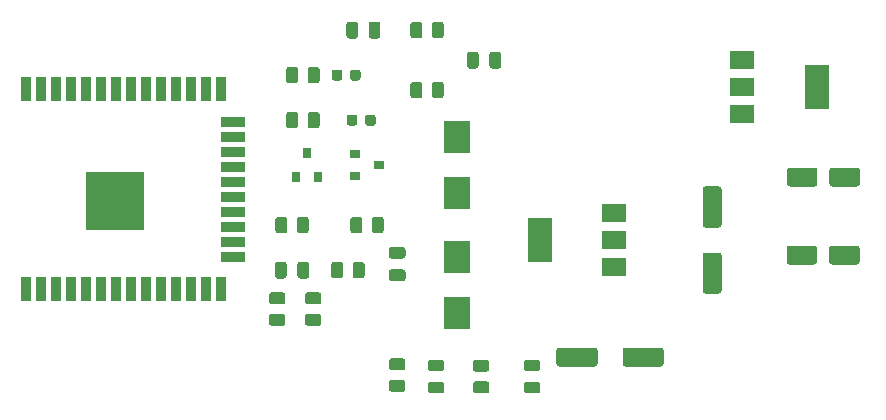
<source format=gbr>
%TF.GenerationSoftware,KiCad,Pcbnew,(5.1.9)-1*%
%TF.CreationDate,2021-07-13T09:21:38-05:00*%
%TF.ProjectId,prueba,70727565-6261-42e6-9b69-6361645f7063,rev?*%
%TF.SameCoordinates,Original*%
%TF.FileFunction,Paste,Top*%
%TF.FilePolarity,Positive*%
%FSLAX46Y46*%
G04 Gerber Fmt 4.6, Leading zero omitted, Abs format (unit mm)*
G04 Created by KiCad (PCBNEW (5.1.9)-1) date 2021-07-13 09:21:38*
%MOMM*%
%LPD*%
G01*
G04 APERTURE LIST*
%ADD10R,2.000000X3.800000*%
%ADD11R,2.000000X1.500000*%
%ADD12R,5.000000X5.000000*%
%ADD13R,0.900000X2.000000*%
%ADD14R,2.000000X0.900000*%
%ADD15R,2.200000X2.800000*%
%ADD16R,0.900000X0.800000*%
%ADD17R,0.800000X0.900000*%
G04 APERTURE END LIST*
D10*
%TO.C,U2*%
X109170000Y-92470000D03*
D11*
X102870000Y-92470000D03*
X102870000Y-94770000D03*
X102870000Y-90170000D03*
%TD*%
D12*
%TO.C,U3*%
X49775000Y-102085000D03*
D13*
X42275000Y-109585000D03*
X43545000Y-109585000D03*
X44815000Y-109585000D03*
X46085000Y-109585000D03*
X47355000Y-109585000D03*
X48625000Y-109585000D03*
X49895000Y-109585000D03*
X51165000Y-109585000D03*
X52435000Y-109585000D03*
X53705000Y-109585000D03*
X54975000Y-109585000D03*
X56245000Y-109585000D03*
X57515000Y-109585000D03*
X58785000Y-109585000D03*
D14*
X59785000Y-106800000D03*
X59785000Y-105530000D03*
X59785000Y-104260000D03*
X59785000Y-102990000D03*
X59785000Y-101720000D03*
X59785000Y-100450000D03*
X59785000Y-99180000D03*
X59785000Y-97910000D03*
X59785000Y-96640000D03*
X59785000Y-95370000D03*
D13*
X58785000Y-92585000D03*
X57515000Y-92585000D03*
X56245000Y-92585000D03*
X54975000Y-92585000D03*
X53705000Y-92585000D03*
X52435000Y-92585000D03*
X51165000Y-92585000D03*
X49895000Y-92585000D03*
X48625000Y-92585000D03*
X47355000Y-92585000D03*
X46085000Y-92585000D03*
X44815000Y-92585000D03*
X43545000Y-92585000D03*
X42275000Y-92585000D03*
%TD*%
%TO.C,R7*%
G36*
G01*
X66082500Y-95700002D02*
X66082500Y-94799998D01*
G75*
G02*
X66332498Y-94550000I249998J0D01*
G01*
X66857502Y-94550000D01*
G75*
G02*
X67107500Y-94799998I0J-249998D01*
G01*
X67107500Y-95700002D01*
G75*
G02*
X66857502Y-95950000I-249998J0D01*
G01*
X66332498Y-95950000D01*
G75*
G02*
X66082500Y-95700002I0J249998D01*
G01*
G37*
G36*
G01*
X64257500Y-95700002D02*
X64257500Y-94799998D01*
G75*
G02*
X64507498Y-94550000I249998J0D01*
G01*
X65032502Y-94550000D01*
G75*
G02*
X65282500Y-94799998I0J-249998D01*
G01*
X65282500Y-95700002D01*
G75*
G02*
X65032502Y-95950000I-249998J0D01*
G01*
X64507498Y-95950000D01*
G75*
G02*
X64257500Y-95700002I0J249998D01*
G01*
G37*
%TD*%
%TO.C,R6*%
G36*
G01*
X66082500Y-91890002D02*
X66082500Y-90989998D01*
G75*
G02*
X66332498Y-90740000I249998J0D01*
G01*
X66857502Y-90740000D01*
G75*
G02*
X67107500Y-90989998I0J-249998D01*
G01*
X67107500Y-91890002D01*
G75*
G02*
X66857502Y-92140000I-249998J0D01*
G01*
X66332498Y-92140000D01*
G75*
G02*
X66082500Y-91890002I0J249998D01*
G01*
G37*
G36*
G01*
X64257500Y-91890002D02*
X64257500Y-90989998D01*
G75*
G02*
X64507498Y-90740000I249998J0D01*
G01*
X65032502Y-90740000D01*
G75*
G02*
X65282500Y-90989998I0J-249998D01*
G01*
X65282500Y-91890002D01*
G75*
G02*
X65032502Y-92140000I-249998J0D01*
G01*
X64507498Y-92140000D01*
G75*
G02*
X64257500Y-91890002I0J249998D01*
G01*
G37*
%TD*%
%TO.C,R2*%
G36*
G01*
X65170000Y-104590002D02*
X65170000Y-103689998D01*
G75*
G02*
X65419998Y-103440000I249998J0D01*
G01*
X65945002Y-103440000D01*
G75*
G02*
X66195000Y-103689998I0J-249998D01*
G01*
X66195000Y-104590002D01*
G75*
G02*
X65945002Y-104840000I-249998J0D01*
G01*
X65419998Y-104840000D01*
G75*
G02*
X65170000Y-104590002I0J249998D01*
G01*
G37*
G36*
G01*
X63345000Y-104590002D02*
X63345000Y-103689998D01*
G75*
G02*
X63594998Y-103440000I249998J0D01*
G01*
X64120002Y-103440000D01*
G75*
G02*
X64370000Y-103689998I0J-249998D01*
G01*
X64370000Y-104590002D01*
G75*
G02*
X64120002Y-104840000I-249998J0D01*
G01*
X63594998Y-104840000D01*
G75*
G02*
X63345000Y-104590002I0J249998D01*
G01*
G37*
%TD*%
%TO.C,Led2*%
G36*
G01*
X85546250Y-118392000D02*
X84633750Y-118392000D01*
G75*
G02*
X84390000Y-118148250I0J243750D01*
G01*
X84390000Y-117660750D01*
G75*
G02*
X84633750Y-117417000I243750J0D01*
G01*
X85546250Y-117417000D01*
G75*
G02*
X85790000Y-117660750I0J-243750D01*
G01*
X85790000Y-118148250D01*
G75*
G02*
X85546250Y-118392000I-243750J0D01*
G01*
G37*
G36*
G01*
X85546250Y-116517000D02*
X84633750Y-116517000D01*
G75*
G02*
X84390000Y-116273250I0J243750D01*
G01*
X84390000Y-115785750D01*
G75*
G02*
X84633750Y-115542000I243750J0D01*
G01*
X85546250Y-115542000D01*
G75*
G02*
X85790000Y-115785750I0J-243750D01*
G01*
X85790000Y-116273250D01*
G75*
G02*
X85546250Y-116517000I-243750J0D01*
G01*
G37*
%TD*%
%TO.C,C1*%
G36*
G01*
X72250000Y-87155000D02*
X72250000Y-88105000D01*
G75*
G02*
X72000000Y-88355000I-250000J0D01*
G01*
X71500000Y-88355000D01*
G75*
G02*
X71250000Y-88105000I0J250000D01*
G01*
X71250000Y-87155000D01*
G75*
G02*
X71500000Y-86905000I250000J0D01*
G01*
X72000000Y-86905000D01*
G75*
G02*
X72250000Y-87155000I0J-250000D01*
G01*
G37*
G36*
G01*
X70350000Y-87155000D02*
X70350000Y-88105000D01*
G75*
G02*
X70100000Y-88355000I-250000J0D01*
G01*
X69600000Y-88355000D01*
G75*
G02*
X69350000Y-88105000I0J250000D01*
G01*
X69350000Y-87155000D01*
G75*
G02*
X69600000Y-86905000I250000J0D01*
G01*
X70100000Y-86905000D01*
G75*
G02*
X70350000Y-87155000I0J-250000D01*
G01*
G37*
%TD*%
%TO.C,C2*%
G36*
G01*
X70567000Y-91190000D02*
X70567000Y-91690000D01*
G75*
G02*
X70342000Y-91915000I-225000J0D01*
G01*
X69892000Y-91915000D01*
G75*
G02*
X69667000Y-91690000I0J225000D01*
G01*
X69667000Y-91190000D01*
G75*
G02*
X69892000Y-90965000I225000J0D01*
G01*
X70342000Y-90965000D01*
G75*
G02*
X70567000Y-91190000I0J-225000D01*
G01*
G37*
G36*
G01*
X69017000Y-91190000D02*
X69017000Y-91690000D01*
G75*
G02*
X68792000Y-91915000I-225000J0D01*
G01*
X68342000Y-91915000D01*
G75*
G02*
X68117000Y-91690000I0J225000D01*
G01*
X68117000Y-91190000D01*
G75*
G02*
X68342000Y-90965000I225000J0D01*
G01*
X68792000Y-90965000D01*
G75*
G02*
X69017000Y-91190000I0J-225000D01*
G01*
G37*
%TD*%
%TO.C,C3*%
G36*
G01*
X65220000Y-108425000D02*
X65220000Y-107475000D01*
G75*
G02*
X65470000Y-107225000I250000J0D01*
G01*
X65970000Y-107225000D01*
G75*
G02*
X66220000Y-107475000I0J-250000D01*
G01*
X66220000Y-108425000D01*
G75*
G02*
X65970000Y-108675000I-250000J0D01*
G01*
X65470000Y-108675000D01*
G75*
G02*
X65220000Y-108425000I0J250000D01*
G01*
G37*
G36*
G01*
X63320000Y-108425000D02*
X63320000Y-107475000D01*
G75*
G02*
X63570000Y-107225000I250000J0D01*
G01*
X64070000Y-107225000D01*
G75*
G02*
X64320000Y-107475000I0J-250000D01*
G01*
X64320000Y-108425000D01*
G75*
G02*
X64070000Y-108675000I-250000J0D01*
G01*
X63570000Y-108675000D01*
G75*
G02*
X63320000Y-108425000I0J250000D01*
G01*
G37*
%TD*%
%TO.C,C4*%
G36*
G01*
X73185000Y-105992000D02*
X74135000Y-105992000D01*
G75*
G02*
X74385000Y-106242000I0J-250000D01*
G01*
X74385000Y-106742000D01*
G75*
G02*
X74135000Y-106992000I-250000J0D01*
G01*
X73185000Y-106992000D01*
G75*
G02*
X72935000Y-106742000I0J250000D01*
G01*
X72935000Y-106242000D01*
G75*
G02*
X73185000Y-105992000I250000J0D01*
G01*
G37*
G36*
G01*
X73185000Y-107892000D02*
X74135000Y-107892000D01*
G75*
G02*
X74385000Y-108142000I0J-250000D01*
G01*
X74385000Y-108642000D01*
G75*
G02*
X74135000Y-108892000I-250000J0D01*
G01*
X73185000Y-108892000D01*
G75*
G02*
X72935000Y-108642000I0J250000D01*
G01*
X72935000Y-108142000D01*
G75*
G02*
X73185000Y-107892000I250000J0D01*
G01*
G37*
%TD*%
%TO.C,C5*%
G36*
G01*
X70300000Y-95000000D02*
X70300000Y-95500000D01*
G75*
G02*
X70075000Y-95725000I-225000J0D01*
G01*
X69625000Y-95725000D01*
G75*
G02*
X69400000Y-95500000I0J225000D01*
G01*
X69400000Y-95000000D01*
G75*
G02*
X69625000Y-94775000I225000J0D01*
G01*
X70075000Y-94775000D01*
G75*
G02*
X70300000Y-95000000I0J-225000D01*
G01*
G37*
G36*
G01*
X71850000Y-95000000D02*
X71850000Y-95500000D01*
G75*
G02*
X71625000Y-95725000I-225000J0D01*
G01*
X71175000Y-95725000D01*
G75*
G02*
X70950000Y-95500000I0J225000D01*
G01*
X70950000Y-95000000D01*
G75*
G02*
X71175000Y-94775000I225000J0D01*
G01*
X71625000Y-94775000D01*
G75*
G02*
X71850000Y-95000000I0J-225000D01*
G01*
G37*
%TD*%
%TO.C,C6*%
G36*
G01*
X80576000Y-89695000D02*
X80576000Y-90645000D01*
G75*
G02*
X80326000Y-90895000I-250000J0D01*
G01*
X79826000Y-90895000D01*
G75*
G02*
X79576000Y-90645000I0J250000D01*
G01*
X79576000Y-89695000D01*
G75*
G02*
X79826000Y-89445000I250000J0D01*
G01*
X80326000Y-89445000D01*
G75*
G02*
X80576000Y-89695000I0J-250000D01*
G01*
G37*
G36*
G01*
X82476000Y-89695000D02*
X82476000Y-90645000D01*
G75*
G02*
X82226000Y-90895000I-250000J0D01*
G01*
X81726000Y-90895000D01*
G75*
G02*
X81476000Y-90645000I0J250000D01*
G01*
X81476000Y-89695000D01*
G75*
G02*
X81726000Y-89445000I250000J0D01*
G01*
X82226000Y-89445000D01*
G75*
G02*
X82476000Y-89695000I0J-250000D01*
G01*
G37*
%TD*%
%TO.C,Cin1*%
G36*
G01*
X110250000Y-100626000D02*
X110250000Y-99526000D01*
G75*
G02*
X110500000Y-99276000I250000J0D01*
G01*
X112600000Y-99276000D01*
G75*
G02*
X112850000Y-99526000I0J-250000D01*
G01*
X112850000Y-100626000D01*
G75*
G02*
X112600000Y-100876000I-250000J0D01*
G01*
X110500000Y-100876000D01*
G75*
G02*
X110250000Y-100626000I0J250000D01*
G01*
G37*
G36*
G01*
X106650000Y-100626000D02*
X106650000Y-99526000D01*
G75*
G02*
X106900000Y-99276000I250000J0D01*
G01*
X109000000Y-99276000D01*
G75*
G02*
X109250000Y-99526000I0J-250000D01*
G01*
X109250000Y-100626000D01*
G75*
G02*
X109000000Y-100876000I-250000J0D01*
G01*
X106900000Y-100876000D01*
G75*
G02*
X106650000Y-100626000I0J250000D01*
G01*
G37*
%TD*%
%TO.C,Cin2*%
G36*
G01*
X106628000Y-107230000D02*
X106628000Y-106130000D01*
G75*
G02*
X106878000Y-105880000I250000J0D01*
G01*
X108978000Y-105880000D01*
G75*
G02*
X109228000Y-106130000I0J-250000D01*
G01*
X109228000Y-107230000D01*
G75*
G02*
X108978000Y-107480000I-250000J0D01*
G01*
X106878000Y-107480000D01*
G75*
G02*
X106628000Y-107230000I0J250000D01*
G01*
G37*
G36*
G01*
X110228000Y-107230000D02*
X110228000Y-106130000D01*
G75*
G02*
X110478000Y-105880000I250000J0D01*
G01*
X112578000Y-105880000D01*
G75*
G02*
X112828000Y-106130000I0J-250000D01*
G01*
X112828000Y-107230000D01*
G75*
G02*
X112578000Y-107480000I-250000J0D01*
G01*
X110478000Y-107480000D01*
G75*
G02*
X110228000Y-107230000I0J250000D01*
G01*
G37*
%TD*%
%TO.C,Cout1*%
G36*
G01*
X99780000Y-106460000D02*
X100880000Y-106460000D01*
G75*
G02*
X101130000Y-106710000I0J-250000D01*
G01*
X101130000Y-109710000D01*
G75*
G02*
X100880000Y-109960000I-250000J0D01*
G01*
X99780000Y-109960000D01*
G75*
G02*
X99530000Y-109710000I0J250000D01*
G01*
X99530000Y-106710000D01*
G75*
G02*
X99780000Y-106460000I250000J0D01*
G01*
G37*
G36*
G01*
X99780000Y-100860000D02*
X100880000Y-100860000D01*
G75*
G02*
X101130000Y-101110000I0J-250000D01*
G01*
X101130000Y-104110000D01*
G75*
G02*
X100880000Y-104360000I-250000J0D01*
G01*
X99780000Y-104360000D01*
G75*
G02*
X99530000Y-104110000I0J250000D01*
G01*
X99530000Y-101110000D01*
G75*
G02*
X99780000Y-100860000I250000J0D01*
G01*
G37*
%TD*%
%TO.C,Cout2*%
G36*
G01*
X96244000Y-114766000D02*
X96244000Y-115866000D01*
G75*
G02*
X95994000Y-116116000I-250000J0D01*
G01*
X92994000Y-116116000D01*
G75*
G02*
X92744000Y-115866000I0J250000D01*
G01*
X92744000Y-114766000D01*
G75*
G02*
X92994000Y-114516000I250000J0D01*
G01*
X95994000Y-114516000D01*
G75*
G02*
X96244000Y-114766000I0J-250000D01*
G01*
G37*
G36*
G01*
X90644000Y-114766000D02*
X90644000Y-115866000D01*
G75*
G02*
X90394000Y-116116000I-250000J0D01*
G01*
X87394000Y-116116000D01*
G75*
G02*
X87144000Y-115866000I0J250000D01*
G01*
X87144000Y-114766000D01*
G75*
G02*
X87394000Y-114516000I250000J0D01*
G01*
X90394000Y-114516000D01*
G75*
G02*
X90644000Y-114766000I0J-250000D01*
G01*
G37*
%TD*%
D15*
%TO.C,EN1*%
X78740000Y-106820000D03*
X78740000Y-111620000D03*
%TD*%
%TO.C,Led1*%
G36*
G01*
X76505750Y-117417000D02*
X77418250Y-117417000D01*
G75*
G02*
X77662000Y-117660750I0J-243750D01*
G01*
X77662000Y-118148250D01*
G75*
G02*
X77418250Y-118392000I-243750J0D01*
G01*
X76505750Y-118392000D01*
G75*
G02*
X76262000Y-118148250I0J243750D01*
G01*
X76262000Y-117660750D01*
G75*
G02*
X76505750Y-117417000I243750J0D01*
G01*
G37*
G36*
G01*
X76505750Y-115542000D02*
X77418250Y-115542000D01*
G75*
G02*
X77662000Y-115785750I0J-243750D01*
G01*
X77662000Y-116273250D01*
G75*
G02*
X77418250Y-116517000I-243750J0D01*
G01*
X76505750Y-116517000D01*
G75*
G02*
X76262000Y-116273250I0J243750D01*
G01*
X76262000Y-115785750D01*
G75*
G02*
X76505750Y-115542000I243750J0D01*
G01*
G37*
%TD*%
D16*
%TO.C,Q1*%
X72120000Y-99060000D03*
X70120000Y-100010000D03*
X70120000Y-98110000D03*
%TD*%
D17*
%TO.C,Q2*%
X65090000Y-100060000D03*
X66990000Y-100060000D03*
X66040000Y-98060000D03*
%TD*%
%TO.C,R1*%
G36*
G01*
X69892500Y-108400002D02*
X69892500Y-107499998D01*
G75*
G02*
X70142498Y-107250000I249998J0D01*
G01*
X70667502Y-107250000D01*
G75*
G02*
X70917500Y-107499998I0J-249998D01*
G01*
X70917500Y-108400002D01*
G75*
G02*
X70667502Y-108650000I-249998J0D01*
G01*
X70142498Y-108650000D01*
G75*
G02*
X69892500Y-108400002I0J249998D01*
G01*
G37*
G36*
G01*
X68067500Y-108400002D02*
X68067500Y-107499998D01*
G75*
G02*
X68317498Y-107250000I249998J0D01*
G01*
X68842502Y-107250000D01*
G75*
G02*
X69092500Y-107499998I0J-249998D01*
G01*
X69092500Y-108400002D01*
G75*
G02*
X68842502Y-108650000I-249998J0D01*
G01*
X68317498Y-108650000D01*
G75*
G02*
X68067500Y-108400002I0J249998D01*
G01*
G37*
%TD*%
%TO.C,R3*%
G36*
G01*
X75800000Y-87179998D02*
X75800000Y-88080002D01*
G75*
G02*
X75550002Y-88330000I-249998J0D01*
G01*
X75024998Y-88330000D01*
G75*
G02*
X74775000Y-88080002I0J249998D01*
G01*
X74775000Y-87179998D01*
G75*
G02*
X75024998Y-86930000I249998J0D01*
G01*
X75550002Y-86930000D01*
G75*
G02*
X75800000Y-87179998I0J-249998D01*
G01*
G37*
G36*
G01*
X77625000Y-87179998D02*
X77625000Y-88080002D01*
G75*
G02*
X77375002Y-88330000I-249998J0D01*
G01*
X76849998Y-88330000D01*
G75*
G02*
X76600000Y-88080002I0J249998D01*
G01*
X76600000Y-87179998D01*
G75*
G02*
X76849998Y-86930000I249998J0D01*
G01*
X77375002Y-86930000D01*
G75*
G02*
X77625000Y-87179998I0J-249998D01*
G01*
G37*
%TD*%
%TO.C,R4*%
G36*
G01*
X74775000Y-93160002D02*
X74775000Y-92259998D01*
G75*
G02*
X75024998Y-92010000I249998J0D01*
G01*
X75550002Y-92010000D01*
G75*
G02*
X75800000Y-92259998I0J-249998D01*
G01*
X75800000Y-93160002D01*
G75*
G02*
X75550002Y-93410000I-249998J0D01*
G01*
X75024998Y-93410000D01*
G75*
G02*
X74775000Y-93160002I0J249998D01*
G01*
G37*
G36*
G01*
X76600000Y-93160002D02*
X76600000Y-92259998D01*
G75*
G02*
X76849998Y-92010000I249998J0D01*
G01*
X77375002Y-92010000D01*
G75*
G02*
X77625000Y-92259998I0J-249998D01*
G01*
X77625000Y-93160002D01*
G75*
G02*
X77375002Y-93410000I-249998J0D01*
G01*
X76849998Y-93410000D01*
G75*
G02*
X76600000Y-93160002I0J249998D01*
G01*
G37*
%TD*%
%TO.C,R5*%
G36*
G01*
X69695000Y-104590002D02*
X69695000Y-103689998D01*
G75*
G02*
X69944998Y-103440000I249998J0D01*
G01*
X70470002Y-103440000D01*
G75*
G02*
X70720000Y-103689998I0J-249998D01*
G01*
X70720000Y-104590002D01*
G75*
G02*
X70470002Y-104840000I-249998J0D01*
G01*
X69944998Y-104840000D01*
G75*
G02*
X69695000Y-104590002I0J249998D01*
G01*
G37*
G36*
G01*
X71520000Y-104590002D02*
X71520000Y-103689998D01*
G75*
G02*
X71769998Y-103440000I249998J0D01*
G01*
X72295002Y-103440000D01*
G75*
G02*
X72545000Y-103689998I0J-249998D01*
G01*
X72545000Y-104590002D01*
G75*
G02*
X72295002Y-104840000I-249998J0D01*
G01*
X71769998Y-104840000D01*
G75*
G02*
X71520000Y-104590002I0J249998D01*
G01*
G37*
%TD*%
%TO.C,R8*%
G36*
G01*
X80321998Y-117367000D02*
X81222002Y-117367000D01*
G75*
G02*
X81472000Y-117616998I0J-249998D01*
G01*
X81472000Y-118142002D01*
G75*
G02*
X81222002Y-118392000I-249998J0D01*
G01*
X80321998Y-118392000D01*
G75*
G02*
X80072000Y-118142002I0J249998D01*
G01*
X80072000Y-117616998D01*
G75*
G02*
X80321998Y-117367000I249998J0D01*
G01*
G37*
G36*
G01*
X80321998Y-115542000D02*
X81222002Y-115542000D01*
G75*
G02*
X81472000Y-115791998I0J-249998D01*
G01*
X81472000Y-116317002D01*
G75*
G02*
X81222002Y-116567000I-249998J0D01*
G01*
X80321998Y-116567000D01*
G75*
G02*
X80072000Y-116317002I0J249998D01*
G01*
X80072000Y-115791998D01*
G75*
G02*
X80321998Y-115542000I249998J0D01*
G01*
G37*
%TD*%
%TO.C,R9*%
G36*
G01*
X74110002Y-118265000D02*
X73209998Y-118265000D01*
G75*
G02*
X72960000Y-118015002I0J249998D01*
G01*
X72960000Y-117489998D01*
G75*
G02*
X73209998Y-117240000I249998J0D01*
G01*
X74110002Y-117240000D01*
G75*
G02*
X74360000Y-117489998I0J-249998D01*
G01*
X74360000Y-118015002D01*
G75*
G02*
X74110002Y-118265000I-249998J0D01*
G01*
G37*
G36*
G01*
X74110002Y-116440000D02*
X73209998Y-116440000D01*
G75*
G02*
X72960000Y-116190002I0J249998D01*
G01*
X72960000Y-115664998D01*
G75*
G02*
X73209998Y-115415000I249998J0D01*
G01*
X74110002Y-115415000D01*
G75*
G02*
X74360000Y-115664998I0J-249998D01*
G01*
X74360000Y-116190002D01*
G75*
G02*
X74110002Y-116440000I-249998J0D01*
G01*
G37*
%TD*%
%TO.C,R10*%
G36*
G01*
X63049998Y-109827000D02*
X63950002Y-109827000D01*
G75*
G02*
X64200000Y-110076998I0J-249998D01*
G01*
X64200000Y-110602002D01*
G75*
G02*
X63950002Y-110852000I-249998J0D01*
G01*
X63049998Y-110852000D01*
G75*
G02*
X62800000Y-110602002I0J249998D01*
G01*
X62800000Y-110076998D01*
G75*
G02*
X63049998Y-109827000I249998J0D01*
G01*
G37*
G36*
G01*
X63049998Y-111652000D02*
X63950002Y-111652000D01*
G75*
G02*
X64200000Y-111901998I0J-249998D01*
G01*
X64200000Y-112427002D01*
G75*
G02*
X63950002Y-112677000I-249998J0D01*
G01*
X63049998Y-112677000D01*
G75*
G02*
X62800000Y-112427002I0J249998D01*
G01*
X62800000Y-111901998D01*
G75*
G02*
X63049998Y-111652000I249998J0D01*
G01*
G37*
%TD*%
%TO.C,R11*%
G36*
G01*
X66998002Y-110852000D02*
X66097998Y-110852000D01*
G75*
G02*
X65848000Y-110602002I0J249998D01*
G01*
X65848000Y-110076998D01*
G75*
G02*
X66097998Y-109827000I249998J0D01*
G01*
X66998002Y-109827000D01*
G75*
G02*
X67248000Y-110076998I0J-249998D01*
G01*
X67248000Y-110602002D01*
G75*
G02*
X66998002Y-110852000I-249998J0D01*
G01*
G37*
G36*
G01*
X66998002Y-112677000D02*
X66097998Y-112677000D01*
G75*
G02*
X65848000Y-112427002I0J249998D01*
G01*
X65848000Y-111901998D01*
G75*
G02*
X66097998Y-111652000I249998J0D01*
G01*
X66998002Y-111652000D01*
G75*
G02*
X67248000Y-111901998I0J-249998D01*
G01*
X67248000Y-112427002D01*
G75*
G02*
X66998002Y-112677000I-249998J0D01*
G01*
G37*
%TD*%
D15*
%TO.C,BOOT1*%
X78740000Y-101460000D03*
X78740000Y-96660000D03*
%TD*%
D11*
%TO.C,U1*%
X92050000Y-107710000D03*
X92050000Y-103110000D03*
X92050000Y-105410000D03*
D10*
X85750000Y-105410000D03*
%TD*%
M02*

</source>
